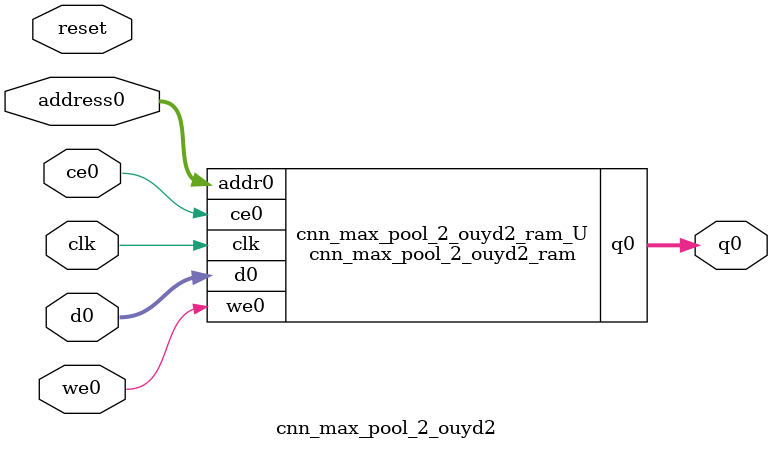
<source format=v>
`timescale 1 ns / 1 ps
module cnn_max_pool_2_ouyd2_ram (addr0, ce0, d0, we0, q0,  clk);

parameter DWIDTH = 14;
parameter AWIDTH = 9;
parameter MEM_SIZE = 400;

input[AWIDTH-1:0] addr0;
input ce0;
input[DWIDTH-1:0] d0;
input we0;
output reg[DWIDTH-1:0] q0;
input clk;

(* ram_style = "block" *)reg [DWIDTH-1:0] ram[0:MEM_SIZE-1];




always @(posedge clk)  
begin 
    if (ce0) 
    begin
        if (we0) 
        begin 
            ram[addr0] <= d0; 
        end 
        q0 <= ram[addr0];
    end
end


endmodule

`timescale 1 ns / 1 ps
module cnn_max_pool_2_ouyd2(
    reset,
    clk,
    address0,
    ce0,
    we0,
    d0,
    q0);

parameter DataWidth = 32'd14;
parameter AddressRange = 32'd400;
parameter AddressWidth = 32'd9;
input reset;
input clk;
input[AddressWidth - 1:0] address0;
input ce0;
input we0;
input[DataWidth - 1:0] d0;
output[DataWidth - 1:0] q0;



cnn_max_pool_2_ouyd2_ram cnn_max_pool_2_ouyd2_ram_U(
    .clk( clk ),
    .addr0( address0 ),
    .ce0( ce0 ),
    .we0( we0 ),
    .d0( d0 ),
    .q0( q0 ));

endmodule


</source>
